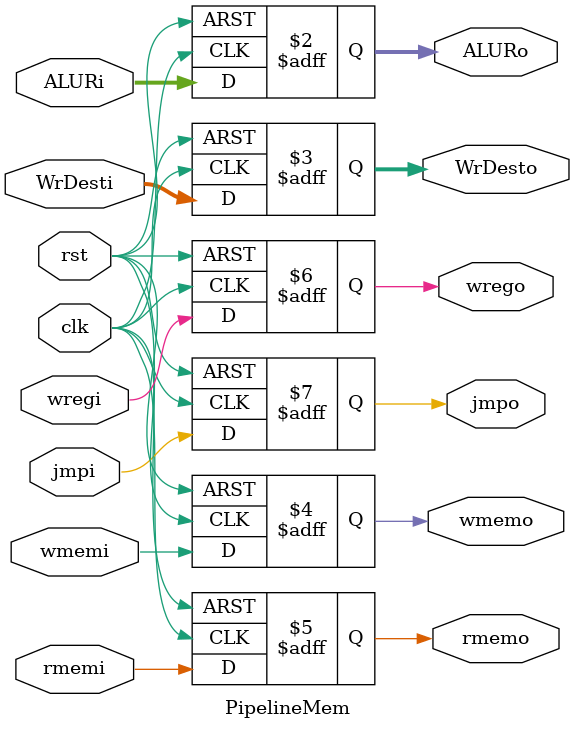
<source format=sv>
module PipelineMem(input clk, rst,
						input[31:0]ALURi,input [3:0]WrDesti,input wmemi,rmemi,wregi,jmpi,
						output logic[31:0]ALURo,output logic[3:0]WrDesto,output logic wmemo,rmemo,wrego,jmpo);
		always_ff@(posedge clk or posedge rst)
		if(rst) begin
		ALURo = 32'h00;
		WrDesto = 4'h00;
		wmemo = 1'b0;
		rmemo = 1'b0;
		wrego = 1'b0;
		jmpo = 1'b0;
		end
		else begin
		ALURo = ALURi;
		WrDesto = WrDesti;
		wmemo = wmemi;
		rmemo = rmemi;
		wrego = wregi;
		jmpo = jmpi;
		end
endmodule 
</source>
